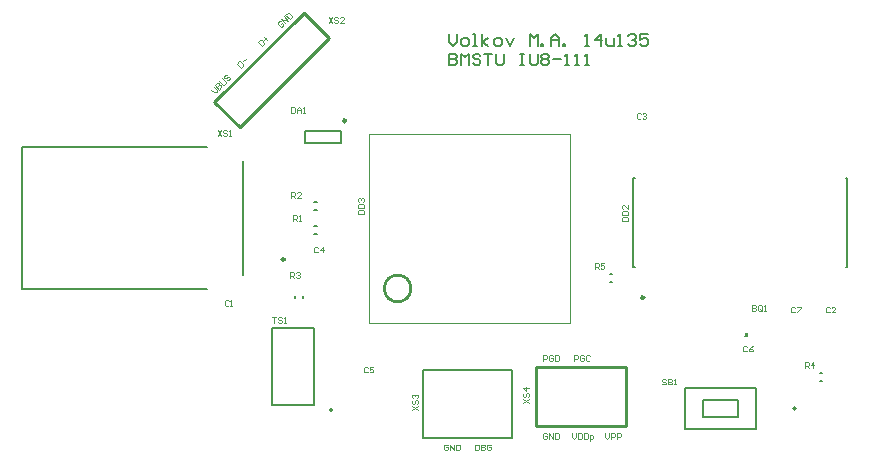
<source format=gto>
G04*
G04 #@! TF.GenerationSoftware,Altium Limited,Altium Designer,19.1.5 (86)*
G04*
G04 Layer_Color=65535*
%FSLAX44Y44*%
%MOMM*%
G71*
G01*
G75*
%ADD10C,0.2000*%
%ADD11C,0.2500*%
%ADD12C,0.1270*%
%ADD13C,0.3000*%
%ADD14C,0.2540*%
%ADD15C,0.2032*%
%ADD16C,0.1000*%
D10*
X505460Y43480D02*
G03*
X505460Y43480I-1000J0D01*
G01*
X190030Y75940D02*
X265030D01*
Y18440D02*
Y75940D01*
X190030Y18440D02*
X265030D01*
X190030D02*
Y75940D01*
X526050Y73400D02*
X528050D01*
X526050Y66900D02*
X528050D01*
X367970Y162960D02*
X369170D01*
X547770D02*
X548970D01*
Y238960D01*
X367970D02*
X369170D01*
X547770D02*
X548970D01*
X367970Y162960D02*
Y238960D01*
X348250Y150720D02*
X350250D01*
X348250Y157220D02*
X350250D01*
X120910Y268350D02*
Y278350D01*
X89910Y268350D02*
Y278350D01*
X120910D01*
X89910Y268350D02*
X120910D01*
X-149630Y144770D02*
Y264770D01*
X7120D01*
X-149630Y144770D02*
X7120D01*
X37870Y156770D02*
Y252770D01*
X98060Y191360D02*
X100060D01*
X98060Y197860D02*
X100060D01*
X98060Y211520D02*
X100060D01*
X98060Y218020D02*
X100060D01*
X88340Y137100D02*
Y139100D01*
X81840Y137100D02*
Y139100D01*
X212000Y360793D02*
Y354128D01*
X215332Y350796D01*
X218664Y354128D01*
Y360793D01*
X223663Y350796D02*
X226995D01*
X228661Y352462D01*
Y355794D01*
X226995Y357461D01*
X223663D01*
X221997Y355794D01*
Y352462D01*
X223663Y350796D01*
X231994D02*
X235326D01*
X233660D01*
Y360793D01*
X231994D01*
X240324Y350796D02*
Y360793D01*
Y354128D02*
X245323Y357461D01*
X240324Y354128D02*
X245323Y350796D01*
X251987D02*
X255319D01*
X256985Y352462D01*
Y355794D01*
X255319Y357461D01*
X251987D01*
X250321Y355794D01*
Y352462D01*
X251987Y350796D01*
X260318Y357461D02*
X263650Y350796D01*
X266982Y357461D01*
X280311Y350796D02*
Y360793D01*
X283644Y357461D01*
X286976Y360793D01*
Y350796D01*
X290308D02*
Y352462D01*
X291974D01*
Y350796D01*
X290308D01*
X298639D02*
Y357461D01*
X301971Y360793D01*
X305303Y357461D01*
Y350796D01*
Y355794D01*
X298639D01*
X308636Y350796D02*
Y352462D01*
X310302D01*
Y350796D01*
X308636D01*
X326963D02*
X330295D01*
X328629D01*
Y360793D01*
X326963Y359127D01*
X340292Y350796D02*
Y360793D01*
X335294Y355794D01*
X341958D01*
X345290Y357461D02*
Y352462D01*
X346956Y350796D01*
X351955D01*
Y357461D01*
X355287Y350796D02*
X358619D01*
X356953D01*
Y360793D01*
X355287Y359127D01*
X363618D02*
X365284Y360793D01*
X368616D01*
X370282Y359127D01*
Y357461D01*
X368616Y355794D01*
X366950D01*
X368616D01*
X370282Y354128D01*
Y352462D01*
X368616Y350796D01*
X365284D01*
X363618Y352462D01*
X380279Y360793D02*
X373615D01*
Y355794D01*
X376947Y357461D01*
X378613D01*
X380279Y355794D01*
Y352462D01*
X378613Y350796D01*
X375281D01*
X373615Y352462D01*
X212000Y343997D02*
Y334000D01*
X216998D01*
X218664Y335666D01*
Y337332D01*
X216998Y338998D01*
X212000D01*
X216998D01*
X218664Y340664D01*
Y342331D01*
X216998Y343997D01*
X212000D01*
X221997Y334000D02*
Y343997D01*
X225329Y340664D01*
X228661Y343997D01*
Y334000D01*
X238658Y342331D02*
X236992Y343997D01*
X233660D01*
X231994Y342331D01*
Y340664D01*
X233660Y338998D01*
X236992D01*
X238658Y337332D01*
Y335666D01*
X236992Y334000D01*
X233660D01*
X231994Y335666D01*
X241990Y343997D02*
X248655D01*
X245323D01*
Y334000D01*
X251987Y343997D02*
Y335666D01*
X253653Y334000D01*
X256985D01*
X258652Y335666D01*
Y343997D01*
X271981D02*
X275313D01*
X273647D01*
Y334000D01*
X271981D01*
X275313D01*
X280311Y343997D02*
Y335666D01*
X281978Y334000D01*
X285310D01*
X286976Y335666D01*
Y343997D01*
X290308Y342331D02*
X291974Y343997D01*
X295306D01*
X296973Y342331D01*
Y340664D01*
X295306Y338998D01*
X296973Y337332D01*
Y335666D01*
X295306Y334000D01*
X291974D01*
X290308Y335666D01*
Y337332D01*
X291974Y338998D01*
X290308Y340664D01*
Y342331D01*
X291974Y338998D02*
X295306D01*
X300305D02*
X306969D01*
X310302Y334000D02*
X313634D01*
X311968D01*
Y343997D01*
X310302Y342331D01*
X318632Y334000D02*
X321965D01*
X320298D01*
Y343997D01*
X318632Y342331D01*
X326963Y334000D02*
X330295D01*
X328629D01*
Y343997D01*
X326963Y342331D01*
D11*
X377170Y137460D02*
G03*
X377170Y137460I-1250J0D01*
G01*
X124660Y287100D02*
G03*
X124660Y287100I-1250J0D01*
G01*
X179770Y145100D02*
G03*
X179770Y145100I-11250J0D01*
G01*
X72870Y169770D02*
G03*
X72870Y169770I-1250J0D01*
G01*
D12*
X113030Y42210D02*
G03*
X113030Y42210I-1270J0D01*
G01*
X426960Y35980D02*
X456960D01*
X426960D02*
Y50980D01*
X456960D01*
Y35980D02*
Y50980D01*
X411960Y25980D02*
X471960D01*
X411960D02*
Y60980D01*
X471960D01*
Y25980D02*
Y60980D01*
D13*
X463970Y105760D02*
G03*
X463970Y105760I-500J0D01*
G01*
D14*
X89445Y378659D02*
X110659Y357445D01*
X35529Y282315D02*
X110659Y357445D01*
X13432Y302645D02*
X89445Y378659D01*
X13432Y302645D02*
X34645Y281432D01*
X36412Y283199D01*
X361750Y28640D02*
Y78640D01*
X285550Y28640D02*
X361750D01*
X285550Y78640D02*
X361750D01*
X285550Y28640D02*
Y78640D01*
D15*
X62230Y111806D02*
X97790D01*
Y46274D02*
Y111806D01*
X62230Y46274D02*
X97790D01*
X62230D02*
Y111806D01*
D16*
X314570Y115890D02*
Y275890D01*
X144390Y115890D02*
X314390D01*
X144390Y275910D02*
X314390D01*
X144390Y115890D02*
Y275890D01*
X69411Y371302D02*
X68233Y371302D01*
X67055Y370123D01*
X67055Y368945D01*
X69411Y366589D01*
X70589D01*
X71767Y367767D01*
Y368945D01*
X70589Y370123D01*
X69411Y368945D01*
X73534Y369534D02*
X70000Y373069D01*
X75891Y371891D01*
X72356Y375425D01*
X73534Y376603D02*
X77069Y373069D01*
X78836Y374836D01*
Y376014D01*
X76480Y378370D01*
X75302D01*
X73534Y376603D01*
X50466Y353534D02*
X54000Y350000D01*
X55767Y351767D01*
Y352945D01*
X53411Y355302D01*
X52233Y355302D01*
X50466Y353534D01*
X55767Y355302D02*
X58123Y357658D01*
X55767D02*
X58123Y355302D01*
X32466Y335534D02*
X36000Y332000D01*
X37767Y333767D01*
Y334945D01*
X35411Y337302D01*
X34233Y337302D01*
X32466Y335534D01*
X37767Y337302D02*
X40123Y339658D01*
X10466Y313534D02*
X12822Y311178D01*
X15178D01*
Y313534D01*
X12822Y315891D01*
X14000Y317069D02*
X17534Y313534D01*
X19302Y315302D01*
Y316480D01*
X18713Y317069D01*
X17534D01*
X15767Y315302D01*
X17534Y317069D01*
Y318247D01*
X16945Y318836D01*
X15767D01*
X14000Y317069D01*
X17534Y320603D02*
X20480Y317658D01*
X21658D01*
X22836Y318836D01*
Y320014D01*
X19891Y322959D01*
X24014Y325905D02*
X22836Y325905D01*
X21658Y324727D01*
X21658Y323549D01*
X22247Y322959D01*
X23425D01*
X24603Y324137D01*
X25781D01*
X26370Y323549D01*
Y322370D01*
X25192Y321192D01*
X24014D01*
X211332Y12165D02*
X210499Y12998D01*
X208833D01*
X208000Y12165D01*
Y8833D01*
X208833Y8000D01*
X210499D01*
X211332Y8833D01*
Y10499D01*
X209666D01*
X212998Y8000D02*
Y12998D01*
X216331Y8000D01*
Y12998D01*
X217997D02*
Y8000D01*
X220496D01*
X221329Y8833D01*
Y12165D01*
X220496Y12998D01*
X217997D01*
X234000D02*
Y8000D01*
X236499D01*
X237332Y8833D01*
Y12165D01*
X236499Y12998D01*
X234000D01*
X238998D02*
Y8000D01*
X241497D01*
X242331Y8833D01*
Y9666D01*
X241497Y10499D01*
X238998D01*
X241497D01*
X242331Y11332D01*
Y12165D01*
X241497Y12998D01*
X238998D01*
X247329Y12165D02*
X246496Y12998D01*
X244830D01*
X243997Y12165D01*
Y8833D01*
X244830Y8000D01*
X246496D01*
X247329Y8833D01*
Y10499D01*
X245663D01*
X344000Y22998D02*
Y19666D01*
X345666Y18000D01*
X347332Y19666D01*
Y22998D01*
X348998Y18000D02*
Y22998D01*
X351497D01*
X352331Y22165D01*
Y20499D01*
X351497Y19666D01*
X348998D01*
X353997Y18000D02*
Y22998D01*
X356496D01*
X357329Y22165D01*
Y20499D01*
X356496Y19666D01*
X353997D01*
X316000Y22998D02*
Y19666D01*
X317666Y18000D01*
X319332Y19666D01*
Y22998D01*
X320998D02*
Y18000D01*
X323498D01*
X324331Y18833D01*
Y22165D01*
X323498Y22998D01*
X320998D01*
X325997D02*
Y18000D01*
X328496D01*
X329329Y18833D01*
Y22165D01*
X328496Y22998D01*
X325997D01*
X330995Y16334D02*
Y21332D01*
X333494D01*
X334327Y20499D01*
Y18833D01*
X333494Y18000D01*
X330995D01*
X295332Y22165D02*
X294499Y22998D01*
X292833D01*
X292000Y22165D01*
Y18833D01*
X292833Y18000D01*
X294499D01*
X295332Y18833D01*
Y20499D01*
X293666D01*
X296998Y18000D02*
Y22998D01*
X300331Y18000D01*
Y22998D01*
X301997D02*
Y18000D01*
X304496D01*
X305329Y18833D01*
Y22165D01*
X304496Y22998D01*
X301997D01*
X318000Y84000D02*
Y88998D01*
X320499D01*
X321332Y88165D01*
Y86499D01*
X320499Y85666D01*
X318000D01*
X326331Y88165D02*
X325498Y88998D01*
X323831D01*
X322998Y88165D01*
Y84833D01*
X323831Y84000D01*
X325498D01*
X326331Y84833D01*
Y86499D01*
X324664D01*
X331329Y88165D02*
X330496Y88998D01*
X328830D01*
X327997Y88165D01*
Y84833D01*
X328830Y84000D01*
X330496D01*
X331329Y84833D01*
X292000Y84000D02*
Y88998D01*
X294499D01*
X295332Y88165D01*
Y86499D01*
X294499Y85666D01*
X292000D01*
X300331Y88165D02*
X299498Y88998D01*
X297831D01*
X296998Y88165D01*
Y84833D01*
X297831Y84000D01*
X299498D01*
X300331Y84833D01*
Y86499D01*
X298664D01*
X301997Y88998D02*
Y84000D01*
X304496D01*
X305329Y84833D01*
Y88165D01*
X304496Y88998D01*
X301997D01*
X110000Y374998D02*
X113332Y370000D01*
Y374998D02*
X110000Y370000D01*
X118331Y374165D02*
X117498Y374998D01*
X115831D01*
X114998Y374165D01*
Y373332D01*
X115831Y372499D01*
X117498D01*
X118331Y371666D01*
Y370833D01*
X117498Y370000D01*
X115831D01*
X114998Y370833D01*
X123329Y370000D02*
X119997D01*
X123329Y373332D01*
Y374165D01*
X122496Y374998D01*
X120830D01*
X119997Y374165D01*
X101122Y179725D02*
X100289Y180558D01*
X98623D01*
X97790Y179725D01*
Y176393D01*
X98623Y175560D01*
X100289D01*
X101122Y176393D01*
X105288Y175560D02*
Y180558D01*
X102788Y178059D01*
X106121D01*
X77470Y153970D02*
Y158968D01*
X79969D01*
X80802Y158135D01*
Y156469D01*
X79969Y155636D01*
X77470D01*
X79136D02*
X80802Y153970D01*
X82468Y158135D02*
X83301Y158968D01*
X84967D01*
X85801Y158135D01*
Y157302D01*
X84967Y156469D01*
X84135D01*
X84967D01*
X85801Y155636D01*
Y154803D01*
X84967Y153970D01*
X83301D01*
X82468Y154803D01*
X181002Y42000D02*
X186000Y45332D01*
X181002D02*
X186000Y42000D01*
X181835Y50331D02*
X181002Y49497D01*
Y47831D01*
X181835Y46998D01*
X182668D01*
X183501Y47831D01*
Y49497D01*
X184334Y50331D01*
X185167D01*
X186000Y49497D01*
Y47831D01*
X185167Y46998D01*
X181835Y51997D02*
X181002Y52830D01*
Y54496D01*
X181835Y55329D01*
X182668D01*
X183501Y54496D01*
Y53663D01*
Y54496D01*
X184334Y55329D01*
X185167D01*
X186000Y54496D01*
Y52830D01*
X185167Y51997D01*
X275002Y48000D02*
X280000Y51332D01*
X275002D02*
X280000Y48000D01*
X275835Y56331D02*
X275002Y55498D01*
Y53831D01*
X275835Y52998D01*
X276668D01*
X277501Y53831D01*
Y55498D01*
X278334Y56331D01*
X279167D01*
X280000Y55498D01*
Y53831D01*
X279167Y52998D01*
X280000Y60496D02*
X275002D01*
X277501Y57997D01*
Y61329D01*
X16000Y278998D02*
X19332Y274000D01*
Y278998D02*
X16000Y274000D01*
X24331Y278165D02*
X23498Y278998D01*
X21831D01*
X20998Y278165D01*
Y277332D01*
X21831Y276499D01*
X23498D01*
X24331Y275666D01*
Y274833D01*
X23498Y274000D01*
X21831D01*
X20998Y274833D01*
X25997Y274000D02*
X27663D01*
X26830D01*
Y278998D01*
X25997Y278165D01*
X62000Y120998D02*
X65332D01*
X63666D01*
Y116000D01*
X70331Y120165D02*
X69497Y120998D01*
X67831D01*
X66998Y120165D01*
Y119332D01*
X67831Y118499D01*
X69497D01*
X70331Y117666D01*
Y116833D01*
X69497Y116000D01*
X67831D01*
X66998Y116833D01*
X71997Y116000D02*
X73663D01*
X72830D01*
Y120998D01*
X71997Y120165D01*
X395762Y67965D02*
X394929Y68798D01*
X393263D01*
X392430Y67965D01*
Y67132D01*
X393263Y66299D01*
X394929D01*
X395762Y65466D01*
Y64633D01*
X394929Y63800D01*
X393263D01*
X392430Y64633D01*
X397428Y68798D02*
Y63800D01*
X399927D01*
X400761Y64633D01*
Y65466D01*
X399927Y66299D01*
X397428D01*
X399927D01*
X400761Y67132D01*
Y67965D01*
X399927Y68798D01*
X397428D01*
X402427Y63800D02*
X404093D01*
X403260D01*
Y68798D01*
X402427Y67965D01*
X513080Y77770D02*
Y82768D01*
X515579D01*
X516412Y81935D01*
Y80269D01*
X515579Y79436D01*
X513080D01*
X514746D02*
X516412Y77770D01*
X520578D02*
Y82768D01*
X518078Y80269D01*
X521411D01*
X335280Y161590D02*
Y166588D01*
X337779D01*
X338612Y165755D01*
Y164089D01*
X337779Y163256D01*
X335280D01*
X336946D02*
X338612Y161590D01*
X343611Y166588D02*
X340278D01*
Y164089D01*
X341945Y164922D01*
X342777D01*
X343611Y164089D01*
Y162423D01*
X342777Y161590D01*
X341111D01*
X340278Y162423D01*
X80000Y202000D02*
Y206998D01*
X82499D01*
X83332Y206165D01*
Y204499D01*
X82499Y203666D01*
X80000D01*
X81666D02*
X83332Y202000D01*
X84998D02*
X86664D01*
X85831D01*
Y206998D01*
X84998Y206165D01*
X78000Y222000D02*
Y226998D01*
X80499D01*
X81332Y226165D01*
Y224499D01*
X80499Y223666D01*
X78000D01*
X79666D02*
X81332Y222000D01*
X86331D02*
X82998D01*
X86331Y225332D01*
Y226165D01*
X85498Y226998D01*
X83831D01*
X82998Y226165D01*
X135002Y208000D02*
X140000D01*
Y210499D01*
X139167Y211332D01*
X135835D01*
X135002Y210499D01*
Y208000D01*
Y212998D02*
X140000D01*
Y215497D01*
X139167Y216331D01*
X135835D01*
X135002Y215497D01*
Y212998D01*
X135835Y217997D02*
X135002Y218830D01*
Y220496D01*
X135835Y221329D01*
X136668D01*
X137501Y220496D01*
Y219663D01*
Y220496D01*
X138334Y221329D01*
X139167D01*
X140000Y220496D01*
Y218830D01*
X139167Y217997D01*
X358222Y202230D02*
X363220D01*
Y204729D01*
X362387Y205562D01*
X359055D01*
X358222Y204729D01*
Y202230D01*
Y207228D02*
X363220D01*
Y209727D01*
X362387Y210561D01*
X359055D01*
X358222Y209727D01*
Y207228D01*
X363220Y215559D02*
Y212227D01*
X359888Y215559D01*
X359055D01*
X358222Y214726D01*
Y213060D01*
X359055Y212227D01*
X78000Y298998D02*
Y294000D01*
X80499D01*
X81332Y294833D01*
Y298165D01*
X80499Y298998D01*
X78000D01*
X82998Y294000D02*
Y297332D01*
X84664Y298998D01*
X86331Y297332D01*
Y294000D01*
Y296499D01*
X82998D01*
X87997Y294000D02*
X89663D01*
X88830D01*
Y298998D01*
X87997Y298165D01*
X374172Y292755D02*
X373339Y293588D01*
X371673D01*
X370840Y292755D01*
Y289423D01*
X371673Y288590D01*
X373339D01*
X374172Y289423D01*
X375838Y292755D02*
X376671Y293588D01*
X378338D01*
X379171Y292755D01*
Y291922D01*
X378338Y291089D01*
X377505D01*
X378338D01*
X379171Y290256D01*
Y289423D01*
X378338Y288590D01*
X376671D01*
X375838Y289423D01*
X534192Y128925D02*
X533359Y129758D01*
X531693D01*
X530860Y128925D01*
Y125593D01*
X531693Y124760D01*
X533359D01*
X534192Y125593D01*
X539191Y124760D02*
X535858D01*
X539191Y128092D01*
Y128925D01*
X538358Y129758D01*
X536691D01*
X535858Y128925D01*
X504982D02*
X504149Y129758D01*
X502483D01*
X501650Y128925D01*
Y125593D01*
X502483Y124760D01*
X504149D01*
X504982Y125593D01*
X506648Y129758D02*
X509981D01*
Y128925D01*
X506648Y125593D01*
Y124760D01*
X464342Y95905D02*
X463509Y96738D01*
X461843D01*
X461010Y95905D01*
Y92573D01*
X461843Y91740D01*
X463509D01*
X464342Y92573D01*
X469341Y96738D02*
X467674Y95905D01*
X466008Y94239D01*
Y92573D01*
X466841Y91740D01*
X468507D01*
X469341Y92573D01*
Y93406D01*
X468507Y94239D01*
X466008D01*
X143032Y78125D02*
X142199Y78958D01*
X140533D01*
X139700Y78125D01*
Y74793D01*
X140533Y73960D01*
X142199D01*
X143032Y74793D01*
X148031Y78958D02*
X144698D01*
Y76459D01*
X146364Y77292D01*
X147198D01*
X148031Y76459D01*
Y74793D01*
X147198Y73960D01*
X145531D01*
X144698Y74793D01*
X25332Y134165D02*
X24499Y134998D01*
X22833D01*
X22000Y134165D01*
Y130833D01*
X22833Y130000D01*
X24499D01*
X25332Y130833D01*
X26998Y130000D02*
X28665D01*
X27831D01*
Y134998D01*
X26998Y134165D01*
X468630Y131028D02*
Y126030D01*
X471129D01*
X471962Y126863D01*
Y127696D01*
X471129Y128529D01*
X468630D01*
X471129D01*
X471962Y129362D01*
Y130195D01*
X471129Y131028D01*
X468630D01*
X476961Y126863D02*
Y130195D01*
X476128Y131028D01*
X474461D01*
X473628Y130195D01*
Y126863D01*
X474461Y126030D01*
X476128D01*
X475294Y127696D02*
X476961Y126030D01*
X476128D02*
X476961Y126863D01*
X478627Y126030D02*
X480293D01*
X479460D01*
Y131028D01*
X478627Y130195D01*
M02*

</source>
